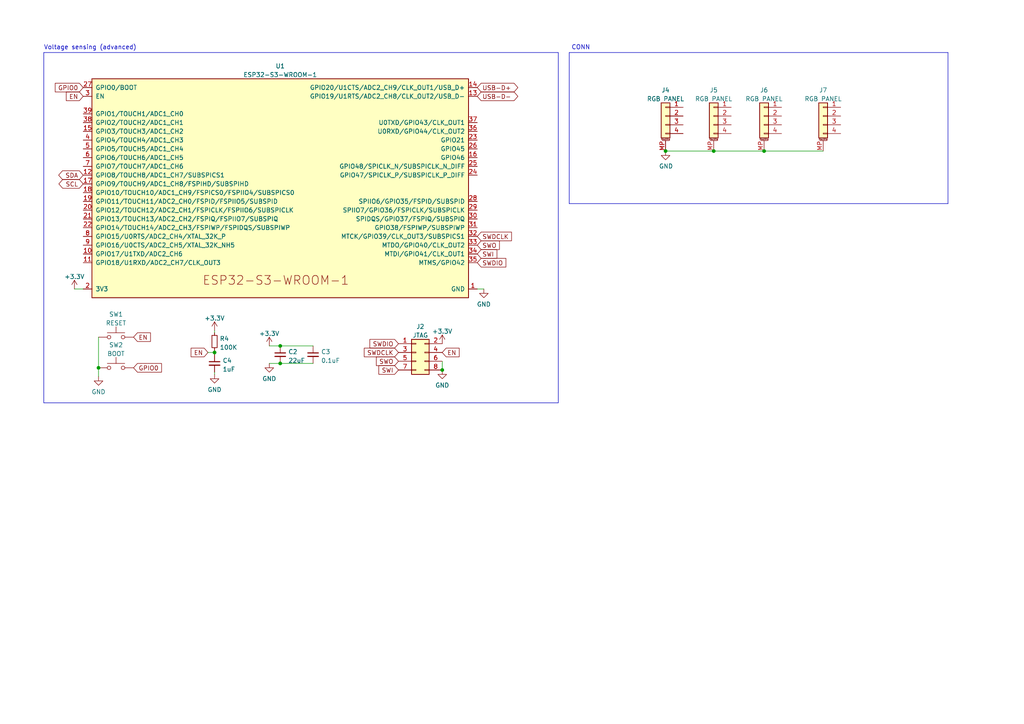
<source format=kicad_sch>
(kicad_sch (version 20211123) (generator eeschema)
  (paper "A4")
  (lib_symbols
    (symbol "Connector_Generic:Conn_02x04_Odd_Even" (pin_names (offset 1.016) hide)
      (property "Reference" "J" (at 1.27 5.08 0))
      (property "Value" "Conn_02x04_Odd_Even" (at 1.27 -7.62 0))
      (symbol "Conn_02x04_Odd_Even_1_1"
        (rectangle (start -1.27 -4.953) (end 0 -5.207) (stroke (width 0.1524)))
        (rectangle (start -1.27 -2.413) (end 0 -2.667) (stroke (width 0.1524)))
        (rectangle (start -1.27 0.127) (end 0 -0.127) (stroke (width 0.1524)))
        (rectangle (start -1.27 2.667) (end 0 2.413) (stroke (width 0.1524)))
        (rectangle (start -1.27 3.81) (end 3.81 -6.35) (stroke (width 0.254)) (fill (type background)))
        (rectangle (start 3.81 -4.953) (end 2.54 -5.207) (stroke (width 0.1524)))
        (rectangle (start 3.81 -2.413) (end 2.54 -2.667) (stroke (width 0.1524)))
        (rectangle (start 3.81 0.127) (end 2.54 -0.127) (stroke (width 0.1524)))
        (rectangle (start 3.81 2.667) (end 2.54 2.413) (stroke (width 0.1524)))
        (pin passive line (at -5.08 2.54 0) (length 3.81) (name "Pin_1") (number "1"))
        (pin passive line (at 7.62 2.54 180) (length 3.81) (name "Pin_2") (number "2"))
        (pin passive line (at -5.08 0 0) (length 3.81) (name "Pin_3") (number "3"))
        (pin passive line (at 7.62 0 180) (length 3.81) (name "Pin_4") (number "4"))
        (pin passive line (at -5.08 -2.54 0) (length 3.81) (name "Pin_5") (number "5"))
        (pin passive line (at 7.62 -2.54 180) (length 3.81) (name "Pin_6") (number "6"))
        (pin passive line (at -5.08 -5.08 0) (length 3.81) (name "Pin_7") (number "7"))
        (pin passive line (at 7.62 -5.08 180) (length 3.81) (name "Pin_8") (number "8"))
      )
    )
    (symbol "Connector_Generic_MountingPin:Conn_01x04_MountingPin" (pin_names (offset 1.016) hide)
      (property "Reference" "J" (at 0 5.08 0))
      (property "Value" "Conn_01x04_MountingPin" (at 1.27 -7.62 0))
      (symbol "Conn_01x04_MountingPin_1_1"
        (rectangle (start -1.27 -4.953) (end 0 -5.207) (stroke (width 0.1524)))
        (rectangle (start -1.27 -2.413) (end 0 -2.667) (stroke (width 0.1524)))
        (rectangle (start -1.27 0.127) (end 0 -0.127) (stroke (width 0.1524)))
        (rectangle (start -1.27 2.667) (end 0 2.413) (stroke (width 0.1524)))
        (rectangle (start -1.27 3.81) (end 1.27 -6.35) (stroke (width 0.254)) (fill (type background)))
        (polyline (pts (xy -1.016 -7.112) (xy 1.016 -7.112)) (stroke (width 0.1524)))
        (text "Mounting" (at 0 -6.731 0) (effects (font (size 0.381 0.381))))
        (pin passive line (at -5.08 2.54 0) (length 3.81) (name "Pin_1") (number "1"))
        (pin passive line (at -5.08 0 0) (length 3.81) (name "Pin_2") (number "2"))
        (pin passive line (at -5.08 -2.54 0) (length 3.81) (name "Pin_3") (number "3"))
        (pin passive line (at -5.08 -5.08 0) (length 3.81) (name "Pin_4") (number "4"))
        (pin passive line (at 0 -10.16 90) (length 3.048) (name "MountPin") (number "MP"))
      )
    )
    (symbol "Device:C_Small" (pin_numbers hide) (pin_names (offset 0.254) hide)
      (property "Reference" "C" (at 0.254 1.778 0))
      (property "Value" "C_Small" (at 0.254 -2.032 0))
      (symbol "C_Small_0_1"
        (polyline (pts (xy -1.524 -0.508) (xy 1.524 -0.508)) (stroke (width 0.3302)))
        (polyline (pts (xy -1.524 0.508) (xy 1.524 0.508)) (stroke (width 0.3048)))
      )
      (symbol "C_Small_1_1"
        (pin passive line (at 0 2.54 270) (length 2.032) (name "~") (number "1"))
        (pin passive line (at 0 -2.54 90) (length 2.032) (name "~") (number "2"))
      )
    )
    (symbol "Device:R_Small" (pin_numbers hide) (pin_names (offset 0.254) hide)
      (property "Reference" "R" (at 0.762 0.508 0))
      (property "Value" "R_Small" (at 0.762 -1.016 0))
      (symbol "R_Small_0_1"
        (rectangle (start -0.762 1.778) (end 0.762 -1.778) (stroke (width 0.2032)))
      )
      (symbol "R_Small_1_1"
        (pin passive line (at 0 2.54 270) (length 0.762) (name "~") (number "1"))
        (pin passive line (at 0 -2.54 90) (length 0.762) (name "~") (number "2"))
      )
    )
    (symbol "Espressif:ESP32-S3-WROOM-1" (pin_names (offset 1.016))
      (property "Reference" "U" (at -53.34 38.1 0))
      (property "Value" "ESP32-S3-WROOM-1" (at -53.34 35.56 0))
      (symbol "ESP32-S3-WROOM-1_0_0"
        (rectangle (start -53.34 33.02) (end 55.88 -30.48) (stroke (width 0.254)) (fill (type background)))
        (text "ESP32-S3-WROOM-1" (at 0 -25.4 0) (effects (font (size 2.54 2.54))))
        (pin power_in line (at 58.42 -27.94 180) (length 2.54) (name "GND") (number "1"))
        (pin bidirectional line (at -55.88 -17.78 0) (length 2.54) (name "GPIO17/U1TXD/ADC2_CH6") (number "10"))
        (pin bidirectional line (at -55.88 -20.32 0) (length 2.54) (name "GPIO18/U1RXD/ADC2_CH7/CLK_OUT3") (number "11"))
        (pin bidirectional line (at -55.88 5.08 0) (length 2.54) (name "GPIO8/TOUCH8/ADC1_CH7/SUBSPICS1") (number "12"))
        (pin bidirectional line (at 58.42 27.94 180) (length 2.54) (name "GPIO19/U1RTS/ADC2_CH8/CLK_OUT2/USB_D-") (number "13"))
        (pin bidirectional line (at 58.42 30.48 180) (length 2.54) (name "GPIO20/U1CTS/ADC2_CH9/CLK_OUT1/USB_D+") (number "14"))
        (pin bidirectional line (at -55.88 17.78 0) (length 2.54) (name "GPIO3/TOUCH3/ADC1_CH2") (number "15"))
        (pin bidirectional line (at 58.42 10.16 180) (length 2.54) (name "GPIO46") (number "16"))
        (pin bidirectional line (at -55.88 2.54 0) (length 2.54) (name "GPIO9/TOUCH9/ADC1_CH8/FSPIHD/SUBSPIHD") (number "17"))
        (pin bidirectional line (at -55.88 0 0) (length 2.54) (name "GPIO10/TOUCH10/ADC1_CH9/FSPICS0/FSPIIO4/SUBSPICS0") (number "18"))
        (pin bidirectional line (at -55.88 -2.54 0) (length 2.54) (name "GPIO11/TOUCH11/ADC2_CH0/FSPID/FSPIIO5/SUBSPID") (number "19"))
        (pin power_in line (at -55.88 -27.94 0) (length 2.54) (name "3V3") (number "2"))
        (pin bidirectional line (at -55.88 -5.08 0) (length 2.54) (name "GPIO12/TOUCH12/ADC2_CH1/FSPICLK/FSPIIO6/SUBSPICLK") (number "20"))
        (pin bidirectional line (at -55.88 -7.62 0) (length 2.54) (name "GPIO13/TOUCH13/ADC2_CH2/FSPIQ/FSPIIO7/SUBSPIQ") (number "21"))
        (pin bidirectional line (at -55.88 -10.16 0) (length 2.54) (name "GPIO14/TOUCH14/ADC2_CH3/FSPIWP/FSPIDQS/SUBSPIWP") (number "22"))
        (pin bidirectional line (at 58.42 15.24 180) (length 2.54) (name "GPIO21") (number "23"))
        (pin bidirectional line (at 58.42 5.08 180) (length 2.54) (name "GPIO47/SPICLK_P/SUBSPICLK_P_DIFF") (number "24"))
        (pin bidirectional line (at 58.42 7.62 180) (length 2.54) (name "GPIO48/SPICLK_N/SUBSPICLK_N_DIFF") (number "25"))
        (pin bidirectional line (at 58.42 12.7 180) (length 2.54) (name "GPIO45") (number "26"))
        (pin bidirectional line (at -55.88 30.48 0) (length 2.54) (name "GPIO0/BOOT") (number "27"))
        (pin bidirectional line (at 58.42 -2.54 180) (length 2.54) (name "SPIIO6/GPIO35/FSPID/SUBSPID") (number "28"))
        (pin bidirectional line (at 58.42 -5.08 180) (length 2.54) (name "SPIIO7/GPIO36/FSPICLK/SUBSPICLK") (number "29"))
        (pin input line (at -55.88 27.94 0) (length 2.54) (name "EN") (number "3"))
        (pin bidirectional line (at 58.42 -7.62 180) (length 2.54) (name "SPIDQS/GPIO37/FSPIQ/SUBSPIQ") (number "30"))
        (pin bidirectional line (at 58.42 -10.16 180) (length 2.54) (name "GPIO38/FSPIWP/SUBSPIWP") (number "31"))
        (pin bidirectional line (at 58.42 -12.7 180) (length 2.54) (name "MTCK/GPIO39/CLK_OUT3/SUBSPICS1") (number "32"))
        (pin bidirectional line (at 58.42 -15.24 180) (length 2.54) (name "MTDO/GPIO40/CLK_OUT2") (number "33"))
        (pin bidirectional line (at 58.42 -17.78 180) (length 2.54) (name "MTDI/GPIO41/CLK_OUT1") (number "34"))
        (pin bidirectional line (at 58.42 -20.32 180) (length 2.54) (name "MTMS/GPIO42") (number "35"))
        (pin bidirectional line (at 58.42 17.78 180) (length 2.54) (name "U0RXD/GPIO44/CLK_OUT2") (number "36"))
        (pin bidirectional line (at 58.42 20.32 180) (length 2.54) (name "U0TXD/GPIO43/CLK_OUT1") (number "37"))
        (pin bidirectional line (at -55.88 20.32 0) (length 2.54) (name "GPIO2/TOUCH2/ADC1_CH1") (number "38"))
        (pin bidirectional line (at -55.88 22.86 0) (length 2.54) (name "GPIO1/TOUCH1/ADC1_CH0") (number "39"))
        (pin bidirectional line (at -55.88 15.24 0) (length 2.54) (name "GPIO4/TOUCH4/ADC1_CH3") (number "4"))
        (pin passive line (at 58.42 -27.94 180) (length 2.54) hide (name "GND") (number "40"))
        (pin passive line (at 58.42 -27.94 180) (length 2.54) hide (name "GND") (number "41"))
        (pin bidirectional line (at -55.88 12.7 0) (length 2.54) (name "GPIO5/TOUCH5/ADC1_CH4") (number "5"))
        (pin bidirectional line (at -55.88 10.16 0) (length 2.54) (name "GPIO6/TOUCH6/ADC1_CH5") (number "6"))
        (pin bidirectional line (at -55.88 7.62 0) (length 2.54) (name "GPIO7/TOUCH7/ADC1_CH6") (number "7"))
        (pin bidirectional line (at -55.88 -12.7 0) (length 2.54) (name "GPIO15/U0RTS/ADC2_CH4/XTAL_32K_P") (number "8"))
        (pin bidirectional line (at -55.88 -15.24 0) (length 2.54) (name "GPIO16/U0CTS/ADC2_CH5/XTAL_32K_NH5") (number "9"))
      )
    )
    (symbol "Switch:SW_Push" (pin_numbers hide) (pin_names (offset 1.016) hide)
      (property "Reference" "SW" (at 1.27 2.54 0))
      (property "Value" "SW_Push" (at 0 -1.524 0))
      (symbol "SW_Push_0_1"
        (circle (center -2.032 0) (radius 0.508))
        (polyline (pts (xy 0 1.27) (xy 0 3.048)))
        (polyline (pts (xy 2.54 1.27) (xy -2.54 1.27)))
        (circle (center 2.032 0) (radius 0.508))
        (pin passive line (at -5.08 0 0) (length 2.54) (name "1") (number "1"))
        (pin passive line (at 5.08 0 180) (length 2.54) (name "2") (number "2"))
      )
    )
    (symbol "power:+3.3V" (power) (pin_names (offset 0))
      (property "Value" "+3.3V" (at 0 3.556 0))
      (symbol "+3.3V_0_1"
        (polyline (pts (xy -0.762 1.27) (xy 0 2.54)))
        (polyline (pts (xy 0 0) (xy 0 2.54)))
        (polyline (pts (xy 0 2.54) (xy 0.762 1.27)))
      )
      (symbol "+3.3V_1_1"
        (pin power_in line (at 0 0 90) (length 0) hide (name "+3.3V") (number "1"))
      )
    )
    (symbol "power:GND" (power) (pin_names (offset 0))
      (property "Value" "GND" (at 0 -3.81 0))
      (symbol "GND_0_1"
        (polyline (pts (xy 0 0) (xy 0 -1.27) (xy 1.27 -1.27) (xy 0 -2.54) (xy -1.27 -1.27) (xy 0 -1.27)))
      )
      (symbol "GND_1_1"
        (pin power_in line (at 0 0 270) (length 0) hide (name "GND") (number "1"))
      )
    )
  )
  (junction (at 193.04 43.815))
  (junction (at 81.28 105.41))
  (junction (at 221.615 43.815))
  (junction (at 207.01 43.815))
  (junction (at 81.28 100.33))
  (junction (at 128.27 107.315))
  (junction (at 62.23 102.235))
  (junction (at 28.575 106.68))
  (polyline (pts (xy 274.955 59.055) (xy 274.955 15.24)) (stroke (width 0) (type solid)))
  (wire (pts (xy 221.615 43.815) (xy 238.76 43.815)))
  (polyline (pts (xy 12.7 15.24) (xy 12.7 116.84)) (stroke (width 0) (type solid)))
  (wire (pts (xy 78.105 105.41) (xy 81.28 105.41)))
  (wire (pts (xy 28.575 106.68) (xy 28.575 109.22)))
  (wire (pts (xy 138.43 83.82) (xy 140.335 83.82)))
  (wire (pts (xy 78.105 100.33) (xy 81.28 100.33)))
  (wire (pts (xy 81.28 100.33) (xy 90.805 100.33)))
  (polyline (pts (xy 12.7 15.24) (xy 161.925 15.24)) (stroke (width 0) (type solid)))
  (polyline (pts (xy 165.1 15.24) (xy 165.1 59.055)) (stroke (width 0) (type solid)))
  (wire (pts (xy 62.23 108.585) (xy 62.23 107.95)))
  (wire (pts (xy 193.04 43.815) (xy 207.01 43.815)))
  (polyline (pts (xy 161.925 116.84) (xy 161.925 15.24)) (stroke (width 0) (type solid)))
  (polyline (pts (xy 165.1 15.24) (xy 274.955 15.24)) (stroke (width 0) (type solid)))
  (polyline (pts (xy 12.7 116.84) (xy 161.925 116.84)) (stroke (width 0) (type solid)))
  (wire (pts (xy 21.59 83.82) (xy 24.13 83.82)))
  (polyline (pts (xy 165.1 59.055) (xy 274.955 59.055)) (stroke (width 0) (type solid)))
  (wire (pts (xy 128.27 104.775) (xy 128.27 107.315)))
  (wire (pts (xy 28.575 97.79) (xy 28.575 106.68)))
  (wire (pts (xy 62.23 95.885) (xy 62.23 96.52)))
  (wire (pts (xy 62.23 102.235) (xy 62.23 102.87)))
  (wire (pts (xy 62.23 101.6) (xy 62.23 102.235)))
  (wire (pts (xy 62.23 102.235) (xy 60.325 102.235)))
  (wire (pts (xy 207.01 43.815) (xy 221.615 43.815)))
  (wire (pts (xy 81.28 105.41) (xy 90.805 105.41)))
  (text "CONN" (at 165.735 14.605 0) (effects (font (size 1.27 1.27)) (justify left bottom)))
  (text "Voltage sensing (advanced)" (at 12.7 14.605 0) (effects (font (size 1.27 1.27)) (justify left bottom)))
  (global_label "SWO" (shape input) (at 115.57 104.775 180) (property "Intersheet References" "${INTERSHEET_REFS}" (effects hide)))
  (global_label "GPIO0" (shape input) (at 38.735 106.68 0) (property "Intersheet References" "${INTERSHEET_REFS}" (effects hide)))
  (global_label "SWDCLK" (shape input) (at 115.57 102.235 180) (property "Intersheet References" "${INTERSHEET_REFS}" (effects hide)))
  (global_label "SDA" (shape bidirectional) (at 24.13 50.8 180) (property "Intersheet References" "${INTERSHEET_REFS}" (effects hide)))
  (global_label "SWDIO" (shape input) (at 115.57 99.695 180) (property "Intersheet References" "${INTERSHEET_REFS}" (effects hide)))
  (global_label "EN" (shape input) (at 128.27 102.235 0) (property "Intersheet References" "${INTERSHEET_REFS}" (effects hide)))
  (global_label "SWO" (shape input) (at 138.43 71.12 0) (property "Intersheet References" "${INTERSHEET_REFS}" (effects hide)))
  (global_label "USB-D-" (shape bidirectional) (at 138.43 27.94 0) (property "Intersheet References" "${INTERSHEET_REFS}" (effects hide)))
  (global_label "SWI" (shape input) (at 115.57 107.315 180) (property "Intersheet References" "${INTERSHEET_REFS}" (effects hide)))
  (global_label "GPIO0" (shape input) (at 24.13 25.4 180) (property "Intersheet References" "${INTERSHEET_REFS}" (effects hide)))
  (global_label "SWDCLK" (shape input) (at 138.43 68.58 0) (property "Intersheet References" "${INTERSHEET_REFS}" (effects hide)))
  (global_label "EN" (shape input) (at 38.735 97.79 0) (property "Intersheet References" "${INTERSHEET_REFS}" (effects hide)))
  (global_label "EN" (shape input) (at 24.13 27.94 180) (property "Intersheet References" "${INTERSHEET_REFS}" (effects hide)))
  (global_label "USB-D+" (shape bidirectional) (at 138.43 25.4 0) (property "Intersheet References" "${INTERSHEET_REFS}" (effects hide)))
  (global_label "EN" (shape input) (at 60.325 102.235 180) (property "Intersheet References" "${INTERSHEET_REFS}" (effects hide)))
  (global_label "SWI" (shape input) (at 138.43 73.66 0) (property "Intersheet References" "${INTERSHEET_REFS}" (effects hide)))
  (global_label "SWDIO" (shape input) (at 138.43 76.2 0) (property "Intersheet References" "${INTERSHEET_REFS}" (effects hide)))
  (global_label "SCL" (shape bidirectional) (at 24.13 53.34 180) (property "Intersheet References" "${INTERSHEET_REFS}" (effects hide)))
  (symbol (lib_id "power:GND") (at 140.335 83.82 0) (unit 1)
    (property "Reference" "#PWR0126" (effects hide))
    (property "Value" "GND" (at 140.335 88.2634 0))
  )
  (symbol (lib_id "power:GND") (at 193.04 43.815 0) (unit 1)
    (property "Reference" "#PWR0137" (effects hide))
    (property "Value" "GND" (at 193.167 48.2092 0))
  )
  (symbol (lib_id "Connector_Generic_MountingPin:Conn_01x04_MountingPin") (at 238.76 33.655 0) (mirror y) (unit 1)
    (property "Reference" "J7" (at 238.76 26.1452 0))
    (property "Value" "RGB PANEL" (at 238.76 28.6821 0))
    (property "Footprint" "Connector_JST:JST_SH_SM04B-SRSS-TB_1x04-1MP_P1.00mm_Horizontal" (effects hide))
  )
  (symbol (lib_id "Device:C_Small") (at 81.28 102.87 0) (unit 1)
    (property "Reference" "C2" (at 83.6041 102.0416 0) (effects (justify left)))
    (property "Value" "22uF" (at 83.6041 104.5785 0) (effects (justify left)))
    (property "Footprint" "Capacitor_SMD:C_0402_1005Metric" (effects hide))
  )
  (symbol (lib_id "power:+3.3V") (at 62.23 95.885 0) (unit 1)
    (property "Reference" "#PWR0103" (effects hide))
    (property "Value" "+3.3V" (at 62.23 92.3092 0))
  )
  (symbol (lib_id "Switch:SW_Push") (at 33.655 106.68 0) (unit 1)
    (property "Reference" "SW2" (at 33.655 100.0592 0))
    (property "Value" "BOOT" (at 33.655 102.5961 0))
    (property "Footprint" "Button_Switch_THT:SW_Tactile_SPST_Angled_PTS645Vx39-2LFS" (effects hide))
  )
  (symbol (lib_id "power:+3.3V") (at 78.105 100.33 0) (unit 1)
    (property "Reference" "#PWR0105" (effects hide))
    (property "Value" "+3.3V" (at 78.105 96.7542 0))
  )
  (symbol (lib_id "Switch:SW_Push") (at 33.655 97.79 0) (unit 1)
    (property "Reference" "SW1" (at 33.655 91.1692 0))
    (property "Value" "RESET" (at 33.655 93.7061 0))
    (property "Footprint" "Button_Switch_THT:SW_Tactile_SPST_Angled_PTS645Vx39-2LFS" (effects hide))
  )
  (symbol (lib_id "Device:C_Small") (at 62.23 105.41 0) (unit 1)
    (property "Reference" "C4" (at 64.5541 104.5816 0) (effects (justify left)))
    (property "Value" "1uF" (at 64.5541 107.1185 0) (effects (justify left)))
    (property "Footprint" "Capacitor_SMD:C_0402_1005Metric" (effects hide))
  )
  (symbol (lib_id "power:+3.3V") (at 128.27 99.695 0) (unit 1)
    (property "Reference" "#PWR0104" (effects hide))
    (property "Value" "+3.3V" (at 128.27 96.1192 0))
  )
  (symbol (lib_id "Espressif:ESP32-S3-WROOM-1") (at 80.01 55.88 0) (unit 1)
    (property "Reference" "U1" (at 81.28 19.1602 0))
    (property "Value" "ESP32-S3-WROOM-1" (at 81.28 21.6971 0))
    (property "Footprint" "Espressif:ESP32-S3-WROOM-1U" (effects hide))
    (property "Datasheet" "https://www.espressif.com/sites/default/files/documentation/esp32-s3-wroom-1_wroom-1u_datasheet_en.pdf" (effects hide))
  )
  (symbol (lib_id "power:GND") (at 28.575 109.22 0) (unit 1)
    (property "Reference" "#PWR0110" (effects hide))
    (property "Value" "GND" (at 28.575 113.6634 0))
  )
  (symbol (lib_id "power:GND") (at 128.27 107.315 0) (unit 1)
    (property "Reference" "#PWR0101" (effects hide))
    (property "Value" "GND" (at 128.27 111.7584 0))
  )
  (symbol (lib_id "Connector_Generic_MountingPin:Conn_01x04_MountingPin") (at 193.04 33.655 0) (mirror y) (unit 1)
    (property "Reference" "J4" (at 193.04 26.1452 0))
    (property "Value" "RGB PANEL" (at 193.04 28.6821 0))
    (property "Footprint" "Connector_JST:JST_SH_SM04B-SRSS-TB_1x04-1MP_P1.00mm_Horizontal" (effects hide))
  )
  (symbol (lib_id "power:GND") (at 78.105 105.41 0) (unit 1)
    (property "Reference" "#PWR0113" (effects hide))
    (property "Value" "GND" (at 78.105 109.8534 0))
  )
  (symbol (lib_id "power:+3.3V") (at 21.59 83.82 0) (unit 1)
    (property "Reference" "#PWR0102" (effects hide))
    (property "Value" "+3.3V" (at 21.59 80.2442 0))
  )
  (symbol (lib_id "Connector_Generic_MountingPin:Conn_01x04_MountingPin") (at 221.615 33.655 0) (mirror y) (unit 1)
    (property "Reference" "J6" (at 221.615 26.1452 0))
    (property "Value" "RGB PANEL" (at 221.615 28.6821 0))
    (property "Footprint" "Connector_JST:JST_SH_SM04B-SRSS-TB_1x04-1MP_P1.00mm_Horizontal" (effects hide))
  )
  (symbol (lib_id "Device:R_Small") (at 62.23 99.06 180) (unit 1)
    (property "Reference" "R4" (at 63.7286 98.2253 0) (effects (justify right)))
    (property "Value" "100K" (at 63.7286 100.7622 0) (effects (justify right)))
    (property "Footprint" "Resistor_SMD:R_0402_1005Metric" (effects hide))
  )
  (symbol (lib_id "Connector_Generic:Conn_02x04_Odd_Even") (at 120.65 102.235 0) (unit 1)
    (property "Reference" "J2" (at 121.92 94.7252 0))
    (property "Value" "JTAG" (at 121.92 97.2621 0))
    (property "Footprint" "Connector_PinSocket_2.54mm:PinSocket_2x04_P2.54mm_Vertical" (effects hide))
  )
  (symbol (lib_id "Device:C_Small") (at 90.805 102.87 0) (unit 1)
    (property "Reference" "C3" (at 93.1291 102.0416 0) (effects (justify left)))
    (property "Value" "0.1uF" (at 93.1291 104.5785 0) (effects (justify left)))
    (property "Footprint" "Capacitor_SMD:C_0402_1005Metric" (effects hide))
  )
  (symbol (lib_id "Connector_Generic_MountingPin:Conn_01x04_MountingPin") (at 207.01 33.655 0) (mirror y) (unit 1)
    (property "Reference" "J5" (at 207.01 26.1452 0))
    (property "Value" "RGB PANEL" (at 207.01 28.6821 0))
    (property "Footprint" "Connector_JST:JST_SH_SM04B-SRSS-TB_1x04-1MP_P1.00mm_Horizontal" (effects hide))
  )
  (symbol (lib_id "power:GND") (at 62.23 108.585 0) (unit 1)
    (property "Reference" "#PWR0111" (effects hide))
    (property "Value" "GND" (at 62.23 113.0284 0))
  )
)
</source>
